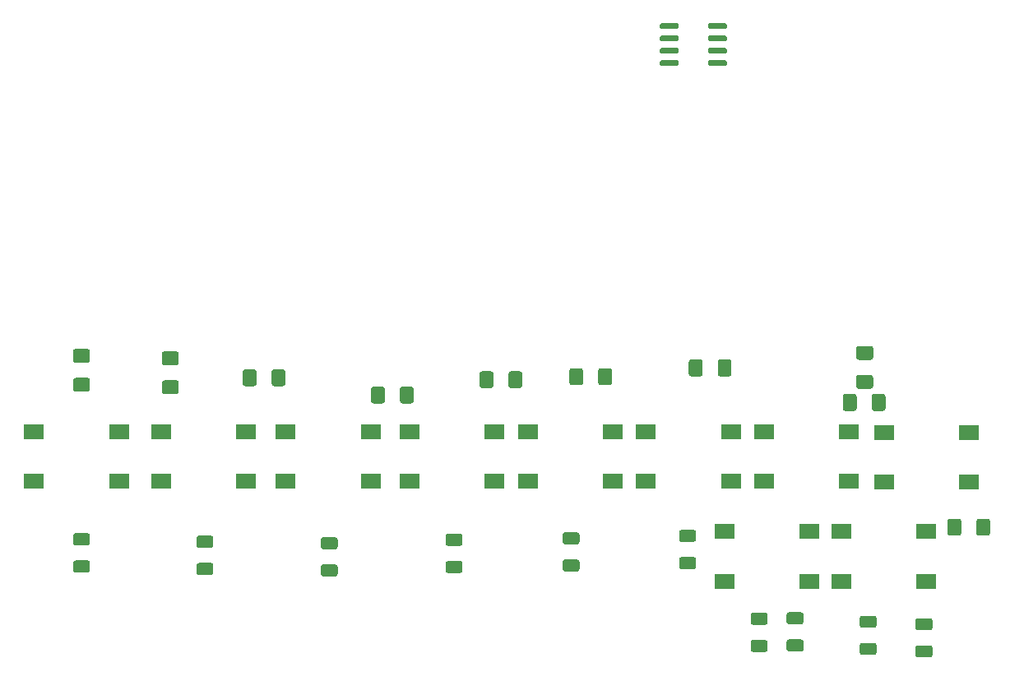
<source format=gbr>
%TF.GenerationSoftware,KiCad,Pcbnew,5.1.6-c6e7f7d~87~ubuntu18.04.1*%
%TF.CreationDate,2020-08-09T11:38:30+02:00*%
%TF.ProjectId,sboxnet-gbm,73626f78-6e65-4742-9d67-626d2e6b6963,rev?*%
%TF.SameCoordinates,Original*%
%TF.FileFunction,Paste,Bot*%
%TF.FilePolarity,Positive*%
%FSLAX46Y46*%
G04 Gerber Fmt 4.6, Leading zero omitted, Abs format (unit mm)*
G04 Created by KiCad (PCBNEW 5.1.6-c6e7f7d~87~ubuntu18.04.1) date 2020-08-09 11:38:30*
%MOMM*%
%LPD*%
G01*
G04 APERTURE LIST*
%ADD10R,2.000000X1.500000*%
G04 APERTURE END LIST*
D10*
X100947001Y-81290000D03*
X100947001Y-76190000D03*
X92207001Y-76190000D03*
X92207001Y-81290000D03*
G36*
G01*
X57795000Y-70625000D02*
X59045000Y-70625000D01*
G75*
G02*
X59295000Y-70875000I0J-250000D01*
G01*
X59295000Y-71800000D01*
G75*
G02*
X59045000Y-72050000I-250000J0D01*
G01*
X57795000Y-72050000D01*
G75*
G02*
X57545000Y-71800000I0J250000D01*
G01*
X57545000Y-70875000D01*
G75*
G02*
X57795000Y-70625000I250000J0D01*
G01*
G37*
G36*
G01*
X57795000Y-67650000D02*
X59045000Y-67650000D01*
G75*
G02*
X59295000Y-67900000I0J-250000D01*
G01*
X59295000Y-68825000D01*
G75*
G02*
X59045000Y-69075000I-250000J0D01*
G01*
X57795000Y-69075000D01*
G75*
G02*
X57545000Y-68825000I0J250000D01*
G01*
X57545000Y-67900000D01*
G75*
G02*
X57795000Y-67650000I250000J0D01*
G01*
G37*
G36*
G01*
X144510600Y-98158600D02*
X145760600Y-98158600D01*
G75*
G02*
X146010600Y-98408600I0J-250000D01*
G01*
X146010600Y-99158600D01*
G75*
G02*
X145760600Y-99408600I-250000J0D01*
G01*
X144510600Y-99408600D01*
G75*
G02*
X144260600Y-99158600I0J250000D01*
G01*
X144260600Y-98408600D01*
G75*
G02*
X144510600Y-98158600I250000J0D01*
G01*
G37*
G36*
G01*
X144510600Y-95358600D02*
X145760600Y-95358600D01*
G75*
G02*
X146010600Y-95608600I0J-250000D01*
G01*
X146010600Y-96358600D01*
G75*
G02*
X145760600Y-96608600I-250000J0D01*
G01*
X144510600Y-96608600D01*
G75*
G02*
X144260600Y-96358600I0J250000D01*
G01*
X144260600Y-95608600D01*
G75*
G02*
X144510600Y-95358600I250000J0D01*
G01*
G37*
G36*
G01*
X131251800Y-97549000D02*
X132501800Y-97549000D01*
G75*
G02*
X132751800Y-97799000I0J-250000D01*
G01*
X132751800Y-98549000D01*
G75*
G02*
X132501800Y-98799000I-250000J0D01*
G01*
X131251800Y-98799000D01*
G75*
G02*
X131001800Y-98549000I0J250000D01*
G01*
X131001800Y-97799000D01*
G75*
G02*
X131251800Y-97549000I250000J0D01*
G01*
G37*
G36*
G01*
X131251800Y-94749000D02*
X132501800Y-94749000D01*
G75*
G02*
X132751800Y-94999000I0J-250000D01*
G01*
X132751800Y-95749000D01*
G75*
G02*
X132501800Y-95999000I-250000J0D01*
G01*
X131251800Y-95999000D01*
G75*
G02*
X131001800Y-95749000I0J250000D01*
G01*
X131001800Y-94999000D01*
G75*
G02*
X131251800Y-94749000I250000J0D01*
G01*
G37*
G36*
G01*
X57795000Y-89421000D02*
X59045000Y-89421000D01*
G75*
G02*
X59295000Y-89671000I0J-250000D01*
G01*
X59295000Y-90421000D01*
G75*
G02*
X59045000Y-90671000I-250000J0D01*
G01*
X57795000Y-90671000D01*
G75*
G02*
X57545000Y-90421000I0J250000D01*
G01*
X57545000Y-89671000D01*
G75*
G02*
X57795000Y-89421000I250000J0D01*
G01*
G37*
G36*
G01*
X57795000Y-86621000D02*
X59045000Y-86621000D01*
G75*
G02*
X59295000Y-86871000I0J-250000D01*
G01*
X59295000Y-87621000D01*
G75*
G02*
X59045000Y-87871000I-250000J0D01*
G01*
X57795000Y-87871000D01*
G75*
G02*
X57545000Y-87621000I0J250000D01*
G01*
X57545000Y-86871000D01*
G75*
G02*
X57795000Y-86621000I250000J0D01*
G01*
G37*
G36*
G01*
X70495000Y-89675000D02*
X71745000Y-89675000D01*
G75*
G02*
X71995000Y-89925000I0J-250000D01*
G01*
X71995000Y-90675000D01*
G75*
G02*
X71745000Y-90925000I-250000J0D01*
G01*
X70495000Y-90925000D01*
G75*
G02*
X70245000Y-90675000I0J250000D01*
G01*
X70245000Y-89925000D01*
G75*
G02*
X70495000Y-89675000I250000J0D01*
G01*
G37*
G36*
G01*
X70495000Y-86875000D02*
X71745000Y-86875000D01*
G75*
G02*
X71995000Y-87125000I0J-250000D01*
G01*
X71995000Y-87875000D01*
G75*
G02*
X71745000Y-88125000I-250000J0D01*
G01*
X70495000Y-88125000D01*
G75*
G02*
X70245000Y-87875000I0J250000D01*
G01*
X70245000Y-87125000D01*
G75*
G02*
X70495000Y-86875000I250000J0D01*
G01*
G37*
G36*
G01*
X83296600Y-89827400D02*
X84546600Y-89827400D01*
G75*
G02*
X84796600Y-90077400I0J-250000D01*
G01*
X84796600Y-90827400D01*
G75*
G02*
X84546600Y-91077400I-250000J0D01*
G01*
X83296600Y-91077400D01*
G75*
G02*
X83046600Y-90827400I0J250000D01*
G01*
X83046600Y-90077400D01*
G75*
G02*
X83296600Y-89827400I250000J0D01*
G01*
G37*
G36*
G01*
X83296600Y-87027400D02*
X84546600Y-87027400D01*
G75*
G02*
X84796600Y-87277400I0J-250000D01*
G01*
X84796600Y-88027400D01*
G75*
G02*
X84546600Y-88277400I-250000J0D01*
G01*
X83296600Y-88277400D01*
G75*
G02*
X83046600Y-88027400I0J250000D01*
G01*
X83046600Y-87277400D01*
G75*
G02*
X83296600Y-87027400I250000J0D01*
G01*
G37*
G36*
G01*
X96149000Y-89471800D02*
X97399000Y-89471800D01*
G75*
G02*
X97649000Y-89721800I0J-250000D01*
G01*
X97649000Y-90471800D01*
G75*
G02*
X97399000Y-90721800I-250000J0D01*
G01*
X96149000Y-90721800D01*
G75*
G02*
X95899000Y-90471800I0J250000D01*
G01*
X95899000Y-89721800D01*
G75*
G02*
X96149000Y-89471800I250000J0D01*
G01*
G37*
G36*
G01*
X96149000Y-86671800D02*
X97399000Y-86671800D01*
G75*
G02*
X97649000Y-86921800I0J-250000D01*
G01*
X97649000Y-87671800D01*
G75*
G02*
X97399000Y-87921800I-250000J0D01*
G01*
X96149000Y-87921800D01*
G75*
G02*
X95899000Y-87671800I0J250000D01*
G01*
X95899000Y-86921800D01*
G75*
G02*
X96149000Y-86671800I250000J0D01*
G01*
G37*
G36*
G01*
X108188600Y-89319400D02*
X109438600Y-89319400D01*
G75*
G02*
X109688600Y-89569400I0J-250000D01*
G01*
X109688600Y-90319400D01*
G75*
G02*
X109438600Y-90569400I-250000J0D01*
G01*
X108188600Y-90569400D01*
G75*
G02*
X107938600Y-90319400I0J250000D01*
G01*
X107938600Y-89569400D01*
G75*
G02*
X108188600Y-89319400I250000J0D01*
G01*
G37*
G36*
G01*
X108188600Y-86519400D02*
X109438600Y-86519400D01*
G75*
G02*
X109688600Y-86769400I0J-250000D01*
G01*
X109688600Y-87519400D01*
G75*
G02*
X109438600Y-87769400I-250000J0D01*
G01*
X108188600Y-87769400D01*
G75*
G02*
X107938600Y-87519400I0J250000D01*
G01*
X107938600Y-86769400D01*
G75*
G02*
X108188600Y-86519400I250000J0D01*
G01*
G37*
G36*
G01*
X120177400Y-89065400D02*
X121427400Y-89065400D01*
G75*
G02*
X121677400Y-89315400I0J-250000D01*
G01*
X121677400Y-90065400D01*
G75*
G02*
X121427400Y-90315400I-250000J0D01*
G01*
X120177400Y-90315400D01*
G75*
G02*
X119927400Y-90065400I0J250000D01*
G01*
X119927400Y-89315400D01*
G75*
G02*
X120177400Y-89065400I250000J0D01*
G01*
G37*
G36*
G01*
X120177400Y-86265400D02*
X121427400Y-86265400D01*
G75*
G02*
X121677400Y-86515400I0J-250000D01*
G01*
X121677400Y-87265400D01*
G75*
G02*
X121427400Y-87515400I-250000J0D01*
G01*
X120177400Y-87515400D01*
G75*
G02*
X119927400Y-87265400I0J250000D01*
G01*
X119927400Y-86515400D01*
G75*
G02*
X120177400Y-86265400I250000J0D01*
G01*
G37*
G36*
G01*
X127543400Y-97599800D02*
X128793400Y-97599800D01*
G75*
G02*
X129043400Y-97849800I0J-250000D01*
G01*
X129043400Y-98599800D01*
G75*
G02*
X128793400Y-98849800I-250000J0D01*
G01*
X127543400Y-98849800D01*
G75*
G02*
X127293400Y-98599800I0J250000D01*
G01*
X127293400Y-97849800D01*
G75*
G02*
X127543400Y-97599800I250000J0D01*
G01*
G37*
G36*
G01*
X127543400Y-94799800D02*
X128793400Y-94799800D01*
G75*
G02*
X129043400Y-95049800I0J-250000D01*
G01*
X129043400Y-95799800D01*
G75*
G02*
X128793400Y-96049800I-250000J0D01*
G01*
X127543400Y-96049800D01*
G75*
G02*
X127293400Y-95799800I0J250000D01*
G01*
X127293400Y-95049800D01*
G75*
G02*
X127543400Y-94799800I250000J0D01*
G01*
G37*
G36*
G01*
X138770200Y-97904600D02*
X140020200Y-97904600D01*
G75*
G02*
X140270200Y-98154600I0J-250000D01*
G01*
X140270200Y-98904600D01*
G75*
G02*
X140020200Y-99154600I-250000J0D01*
G01*
X138770200Y-99154600D01*
G75*
G02*
X138520200Y-98904600I0J250000D01*
G01*
X138520200Y-98154600D01*
G75*
G02*
X138770200Y-97904600I250000J0D01*
G01*
G37*
G36*
G01*
X138770200Y-95104600D02*
X140020200Y-95104600D01*
G75*
G02*
X140270200Y-95354600I0J-250000D01*
G01*
X140270200Y-96104600D01*
G75*
G02*
X140020200Y-96354600I-250000J0D01*
G01*
X138770200Y-96354600D01*
G75*
G02*
X138520200Y-96104600I0J250000D01*
G01*
X138520200Y-95354600D01*
G75*
G02*
X138770200Y-95104600I250000J0D01*
G01*
G37*
G36*
G01*
X148983400Y-85379400D02*
X148983400Y-86629400D01*
G75*
G02*
X148733400Y-86879400I-250000J0D01*
G01*
X147808400Y-86879400D01*
G75*
G02*
X147558400Y-86629400I0J250000D01*
G01*
X147558400Y-85379400D01*
G75*
G02*
X147808400Y-85129400I250000J0D01*
G01*
X148733400Y-85129400D01*
G75*
G02*
X148983400Y-85379400I0J-250000D01*
G01*
G37*
G36*
G01*
X151958400Y-85379400D02*
X151958400Y-86629400D01*
G75*
G02*
X151708400Y-86879400I-250000J0D01*
G01*
X150783400Y-86879400D01*
G75*
G02*
X150533400Y-86629400I0J250000D01*
G01*
X150533400Y-85379400D01*
G75*
G02*
X150783400Y-85129400I250000J0D01*
G01*
X151708400Y-85129400D01*
G75*
G02*
X151958400Y-85379400I0J-250000D01*
G01*
G37*
G36*
G01*
X138414600Y-70320200D02*
X139664600Y-70320200D01*
G75*
G02*
X139914600Y-70570200I0J-250000D01*
G01*
X139914600Y-71495200D01*
G75*
G02*
X139664600Y-71745200I-250000J0D01*
G01*
X138414600Y-71745200D01*
G75*
G02*
X138164600Y-71495200I0J250000D01*
G01*
X138164600Y-70570200D01*
G75*
G02*
X138414600Y-70320200I250000J0D01*
G01*
G37*
G36*
G01*
X138414600Y-67345200D02*
X139664600Y-67345200D01*
G75*
G02*
X139914600Y-67595200I0J-250000D01*
G01*
X139914600Y-68520200D01*
G75*
G02*
X139664600Y-68770200I-250000J0D01*
G01*
X138414600Y-68770200D01*
G75*
G02*
X138164600Y-68520200I0J250000D01*
G01*
X138164600Y-67595200D01*
G75*
G02*
X138414600Y-67345200I250000J0D01*
G01*
G37*
G36*
G01*
X123914200Y-70221000D02*
X123914200Y-68971000D01*
G75*
G02*
X124164200Y-68721000I250000J0D01*
G01*
X125089200Y-68721000D01*
G75*
G02*
X125339200Y-68971000I0J-250000D01*
G01*
X125339200Y-70221000D01*
G75*
G02*
X125089200Y-70471000I-250000J0D01*
G01*
X124164200Y-70471000D01*
G75*
G02*
X123914200Y-70221000I0J250000D01*
G01*
G37*
G36*
G01*
X120939200Y-70221000D02*
X120939200Y-68971000D01*
G75*
G02*
X121189200Y-68721000I250000J0D01*
G01*
X122114200Y-68721000D01*
G75*
G02*
X122364200Y-68971000I0J-250000D01*
G01*
X122364200Y-70221000D01*
G75*
G02*
X122114200Y-70471000I-250000J0D01*
G01*
X121189200Y-70471000D01*
G75*
G02*
X120939200Y-70221000I0J250000D01*
G01*
G37*
G36*
G01*
X139763800Y-73777000D02*
X139763800Y-72527000D01*
G75*
G02*
X140013800Y-72277000I250000J0D01*
G01*
X140938800Y-72277000D01*
G75*
G02*
X141188800Y-72527000I0J-250000D01*
G01*
X141188800Y-73777000D01*
G75*
G02*
X140938800Y-74027000I-250000J0D01*
G01*
X140013800Y-74027000D01*
G75*
G02*
X139763800Y-73777000I0J250000D01*
G01*
G37*
G36*
G01*
X136788800Y-73777000D02*
X136788800Y-72527000D01*
G75*
G02*
X137038800Y-72277000I250000J0D01*
G01*
X137963800Y-72277000D01*
G75*
G02*
X138213800Y-72527000I0J-250000D01*
G01*
X138213800Y-73777000D01*
G75*
G02*
X137963800Y-74027000I-250000J0D01*
G01*
X137038800Y-74027000D01*
G75*
G02*
X136788800Y-73777000I0J250000D01*
G01*
G37*
G36*
G01*
X77991000Y-71237000D02*
X77991000Y-69987000D01*
G75*
G02*
X78241000Y-69737000I250000J0D01*
G01*
X79166000Y-69737000D01*
G75*
G02*
X79416000Y-69987000I0J-250000D01*
G01*
X79416000Y-71237000D01*
G75*
G02*
X79166000Y-71487000I-250000J0D01*
G01*
X78241000Y-71487000D01*
G75*
G02*
X77991000Y-71237000I0J250000D01*
G01*
G37*
G36*
G01*
X75016000Y-71237000D02*
X75016000Y-69987000D01*
G75*
G02*
X75266000Y-69737000I250000J0D01*
G01*
X76191000Y-69737000D01*
G75*
G02*
X76441000Y-69987000I0J-250000D01*
G01*
X76441000Y-71237000D01*
G75*
G02*
X76191000Y-71487000I-250000J0D01*
G01*
X75266000Y-71487000D01*
G75*
G02*
X75016000Y-71237000I0J250000D01*
G01*
G37*
G36*
G01*
X66939000Y-70879000D02*
X68189000Y-70879000D01*
G75*
G02*
X68439000Y-71129000I0J-250000D01*
G01*
X68439000Y-72054000D01*
G75*
G02*
X68189000Y-72304000I-250000J0D01*
G01*
X66939000Y-72304000D01*
G75*
G02*
X66689000Y-72054000I0J250000D01*
G01*
X66689000Y-71129000D01*
G75*
G02*
X66939000Y-70879000I250000J0D01*
G01*
G37*
G36*
G01*
X66939000Y-67904000D02*
X68189000Y-67904000D01*
G75*
G02*
X68439000Y-68154000I0J-250000D01*
G01*
X68439000Y-69079000D01*
G75*
G02*
X68189000Y-69329000I-250000J0D01*
G01*
X66939000Y-69329000D01*
G75*
G02*
X66689000Y-69079000I0J250000D01*
G01*
X66689000Y-68154000D01*
G75*
G02*
X66939000Y-67904000I250000J0D01*
G01*
G37*
G36*
G01*
X91199000Y-73015000D02*
X91199000Y-71765000D01*
G75*
G02*
X91449000Y-71515000I250000J0D01*
G01*
X92374000Y-71515000D01*
G75*
G02*
X92624000Y-71765000I0J-250000D01*
G01*
X92624000Y-73015000D01*
G75*
G02*
X92374000Y-73265000I-250000J0D01*
G01*
X91449000Y-73265000D01*
G75*
G02*
X91199000Y-73015000I0J250000D01*
G01*
G37*
G36*
G01*
X88224000Y-73015000D02*
X88224000Y-71765000D01*
G75*
G02*
X88474000Y-71515000I250000J0D01*
G01*
X89399000Y-71515000D01*
G75*
G02*
X89649000Y-71765000I0J-250000D01*
G01*
X89649000Y-73015000D01*
G75*
G02*
X89399000Y-73265000I-250000J0D01*
G01*
X88474000Y-73265000D01*
G75*
G02*
X88224000Y-73015000I0J250000D01*
G01*
G37*
G36*
G01*
X111606300Y-71135400D02*
X111606300Y-69885400D01*
G75*
G02*
X111856300Y-69635400I250000J0D01*
G01*
X112781300Y-69635400D01*
G75*
G02*
X113031300Y-69885400I0J-250000D01*
G01*
X113031300Y-71135400D01*
G75*
G02*
X112781300Y-71385400I-250000J0D01*
G01*
X111856300Y-71385400D01*
G75*
G02*
X111606300Y-71135400I0J250000D01*
G01*
G37*
G36*
G01*
X108631300Y-71135400D02*
X108631300Y-69885400D01*
G75*
G02*
X108881300Y-69635400I250000J0D01*
G01*
X109806300Y-69635400D01*
G75*
G02*
X110056300Y-69885400I0J-250000D01*
G01*
X110056300Y-71135400D01*
G75*
G02*
X109806300Y-71385400I-250000J0D01*
G01*
X108881300Y-71385400D01*
G75*
G02*
X108631300Y-71135400I0J250000D01*
G01*
G37*
G36*
G01*
X102375000Y-71440200D02*
X102375000Y-70190200D01*
G75*
G02*
X102625000Y-69940200I250000J0D01*
G01*
X103550000Y-69940200D01*
G75*
G02*
X103800000Y-70190200I0J-250000D01*
G01*
X103800000Y-71440200D01*
G75*
G02*
X103550000Y-71690200I-250000J0D01*
G01*
X102625000Y-71690200D01*
G75*
G02*
X102375000Y-71440200I0J250000D01*
G01*
G37*
G36*
G01*
X99400000Y-71440200D02*
X99400000Y-70190200D01*
G75*
G02*
X99650000Y-69940200I250000J0D01*
G01*
X100575000Y-69940200D01*
G75*
G02*
X100825000Y-70190200I0J-250000D01*
G01*
X100825000Y-71440200D01*
G75*
G02*
X100575000Y-71690200I-250000J0D01*
G01*
X99650000Y-71690200D01*
G75*
G02*
X99400000Y-71440200I0J250000D01*
G01*
G37*
X145390800Y-91551600D03*
X145390800Y-86451600D03*
X136650800Y-86451600D03*
X136650800Y-91551600D03*
X133351200Y-91551600D03*
X133351200Y-86451600D03*
X124611200Y-86451600D03*
X124611200Y-91551600D03*
X137415200Y-81290000D03*
X137415200Y-76190000D03*
X128675200Y-76190000D03*
X128675200Y-81290000D03*
X149759600Y-81340800D03*
X149759600Y-76240800D03*
X141019600Y-76240800D03*
X141019600Y-81340800D03*
X62282000Y-81290000D03*
X62282000Y-76190000D03*
X53542000Y-76190000D03*
X53542000Y-81290000D03*
X75363000Y-81290000D03*
X75363000Y-76190000D03*
X66623000Y-76190000D03*
X66623000Y-81290000D03*
X88190000Y-81290000D03*
X88190000Y-76190000D03*
X79450000Y-76190000D03*
X79450000Y-81290000D03*
X125274000Y-81290000D03*
X125274000Y-76190000D03*
X116534000Y-76190000D03*
X116534000Y-81290000D03*
X113132800Y-81239200D03*
X113132800Y-76139200D03*
X104392800Y-76139200D03*
X104392800Y-81239200D03*
G36*
G01*
X119912000Y-34267000D02*
X119912000Y-34567000D01*
G75*
G02*
X119762000Y-34717000I-150000J0D01*
G01*
X118112000Y-34717000D01*
G75*
G02*
X117962000Y-34567000I0J150000D01*
G01*
X117962000Y-34267000D01*
G75*
G02*
X118112000Y-34117000I150000J0D01*
G01*
X119762000Y-34117000D01*
G75*
G02*
X119912000Y-34267000I0J-150000D01*
G01*
G37*
G36*
G01*
X119912000Y-35537000D02*
X119912000Y-35837000D01*
G75*
G02*
X119762000Y-35987000I-150000J0D01*
G01*
X118112000Y-35987000D01*
G75*
G02*
X117962000Y-35837000I0J150000D01*
G01*
X117962000Y-35537000D01*
G75*
G02*
X118112000Y-35387000I150000J0D01*
G01*
X119762000Y-35387000D01*
G75*
G02*
X119912000Y-35537000I0J-150000D01*
G01*
G37*
G36*
G01*
X119912000Y-36807000D02*
X119912000Y-37107000D01*
G75*
G02*
X119762000Y-37257000I-150000J0D01*
G01*
X118112000Y-37257000D01*
G75*
G02*
X117962000Y-37107000I0J150000D01*
G01*
X117962000Y-36807000D01*
G75*
G02*
X118112000Y-36657000I150000J0D01*
G01*
X119762000Y-36657000D01*
G75*
G02*
X119912000Y-36807000I0J-150000D01*
G01*
G37*
G36*
G01*
X119912000Y-38077000D02*
X119912000Y-38377000D01*
G75*
G02*
X119762000Y-38527000I-150000J0D01*
G01*
X118112000Y-38527000D01*
G75*
G02*
X117962000Y-38377000I0J150000D01*
G01*
X117962000Y-38077000D01*
G75*
G02*
X118112000Y-37927000I150000J0D01*
G01*
X119762000Y-37927000D01*
G75*
G02*
X119912000Y-38077000I0J-150000D01*
G01*
G37*
G36*
G01*
X124862000Y-38077000D02*
X124862000Y-38377000D01*
G75*
G02*
X124712000Y-38527000I-150000J0D01*
G01*
X123062000Y-38527000D01*
G75*
G02*
X122912000Y-38377000I0J150000D01*
G01*
X122912000Y-38077000D01*
G75*
G02*
X123062000Y-37927000I150000J0D01*
G01*
X124712000Y-37927000D01*
G75*
G02*
X124862000Y-38077000I0J-150000D01*
G01*
G37*
G36*
G01*
X124862000Y-36807000D02*
X124862000Y-37107000D01*
G75*
G02*
X124712000Y-37257000I-150000J0D01*
G01*
X123062000Y-37257000D01*
G75*
G02*
X122912000Y-37107000I0J150000D01*
G01*
X122912000Y-36807000D01*
G75*
G02*
X123062000Y-36657000I150000J0D01*
G01*
X124712000Y-36657000D01*
G75*
G02*
X124862000Y-36807000I0J-150000D01*
G01*
G37*
G36*
G01*
X124862000Y-35537000D02*
X124862000Y-35837000D01*
G75*
G02*
X124712000Y-35987000I-150000J0D01*
G01*
X123062000Y-35987000D01*
G75*
G02*
X122912000Y-35837000I0J150000D01*
G01*
X122912000Y-35537000D01*
G75*
G02*
X123062000Y-35387000I150000J0D01*
G01*
X124712000Y-35387000D01*
G75*
G02*
X124862000Y-35537000I0J-150000D01*
G01*
G37*
G36*
G01*
X124862000Y-34267000D02*
X124862000Y-34567000D01*
G75*
G02*
X124712000Y-34717000I-150000J0D01*
G01*
X123062000Y-34717000D01*
G75*
G02*
X122912000Y-34567000I0J150000D01*
G01*
X122912000Y-34267000D01*
G75*
G02*
X123062000Y-34117000I150000J0D01*
G01*
X124712000Y-34117000D01*
G75*
G02*
X124862000Y-34267000I0J-150000D01*
G01*
G37*
M02*

</source>
